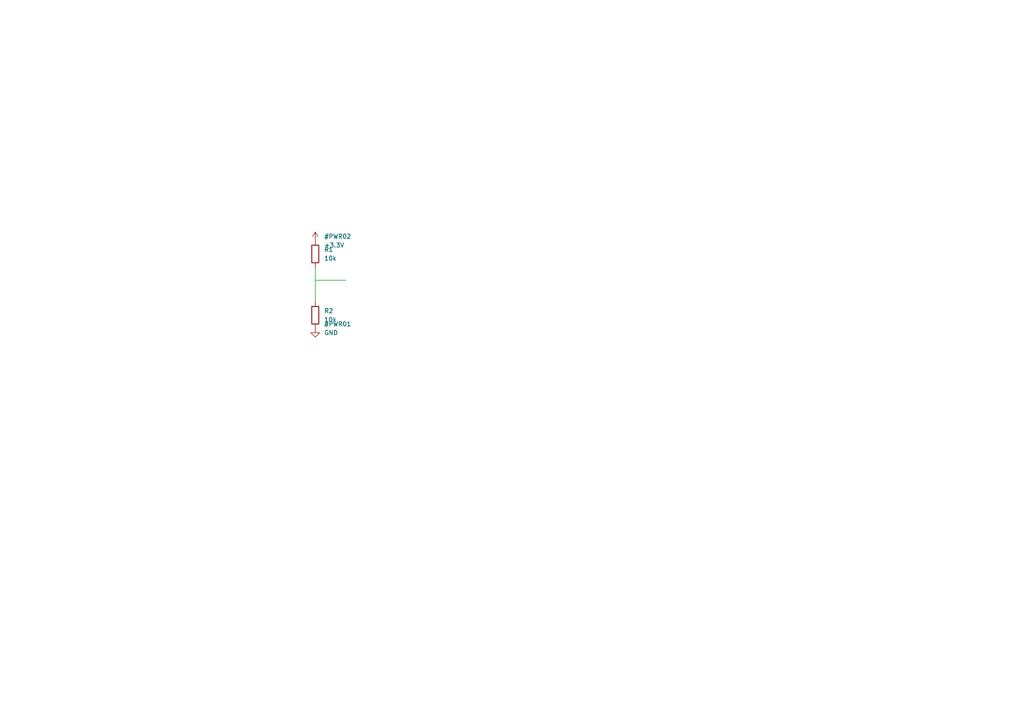
<source format=kicad_sch>
(kicad_sch (version 20250114) (generator "eeschema") (generator_version 9.0)
  (paper A4)
  (title_block (title "Resistor Divider"))
  (lib_symbols
    (symbol "power:+3.3V" (power) (pin_numbers (hide yes)) (pin_names (offset 0) (hide yes))
      (property "Value" "+3.3V" (at 0 3.556 0))
      (symbol "+3.3V_0_1"
        (polyline (pts (xy -0.762 1.27) (xy 0 2.54)))
        (polyline (pts (xy 0 2.54) (xy 0.762 1.27)))
        (polyline (pts (xy 0 0) (xy 0 2.54)))
      )
      (symbol "+3.3V_1_1"
        (pin power_in line (at 0 0 90) (length 0) (name "~") (number "1"))
      )
    )
    (symbol "power:GND" (power) (pin_numbers (hide yes)) (pin_names (offset 0) (hide yes))
      (property "Value" "GND" (at 0 -3.81 0))
      (symbol "GND_0_1"
        (polyline (pts (xy 0 0) (xy 0 -1.27) (xy 1.27 -1.27) (xy 0 -2.54) (xy -1.27 -1.27) (xy 0 -1.27)))
      )
      (symbol "GND_1_1"
        (pin power_in line (at 0 0 270) (length 0) (name "~") (number "1"))
      )
    )
    (symbol "Device:R" (pin_numbers (hide yes)) (pin_names (offset 0))
      (property "Reference" "R" (at 2.032 0 90))
      (property "Value" "R" (at 0 0 90))
      (symbol "R_0_1"
        (rectangle (start -1.016 -2.54) (end 1.016 2.54) (stroke (width 0.254)))
      )
      (symbol "R_1_1"
        (pin passive line (at 0 3.81 270) (length 1.27) (name "~") (number "1"))
        (pin passive line (at 0 -3.81 90) (length 1.27) (name "~") (number "2"))
      )
    )
  )
  (symbol (lib_id "power:+3.3V") (at 91.44 69.85 0) (unit 1)
    (property "Reference" "#PWR02" (at 93.98 68.58 0) (effects (justify left)))
    (property "Value" "+3.3V" (at 93.98 71.12 0) (effects (justify left)))
    (property "description" "Power symbol creates a global label with name +3.3V" (effects (hide yes)))
  )
  (symbol (lib_id "power:GND") (at 91.44 95.25 0) (unit 1)
    (property "Reference" "#PWR01" (at 93.98 93.98 0) (effects (justify left)))
    (property "Value" "GND" (at 93.98 96.52 0) (effects (justify left)))
    (property "description" "Power symbol creates a global label with name GND, ground" (effects (hide yes)))
  )
  (symbol (lib_id "Device:R") (at 91.44 73.66 0) (unit 1)
    (property "Reference" "R1" (at 93.98 72.39 0) (effects (justify left)))
    (property "Value" "10k" (at 93.98 74.93 0) (effects (justify left)))
    (property "Footprint" "Resistor_SMD:R_0603_1608Metric" (effects (hide yes)))
    (property "description" "Resistor" (effects (hide yes)))
  )
  (symbol (lib_id "Device:R") (at 91.44 91.44 0) (unit 1)
    (property "Reference" "R2" (at 93.98 90.17 0) (effects (justify left)))
    (property "Value" "10k" (at 93.98 92.71 0) (effects (justify left)))
    (property "Footprint" "Resistor_SMD:R_0603_1608Metric" (effects (hide yes)))
    (property "description" "Resistor" (effects (hide yes)))
  )
  (wire (pts (xy 100.33 81.28) (xy 91.44 81.28)))
  (wire (pts (xy 91.44 81.28) (xy 91.44 77.47)))
  (wire (pts (xy 91.44 87.63) (xy 91.44 81.28)))
)
</source>
